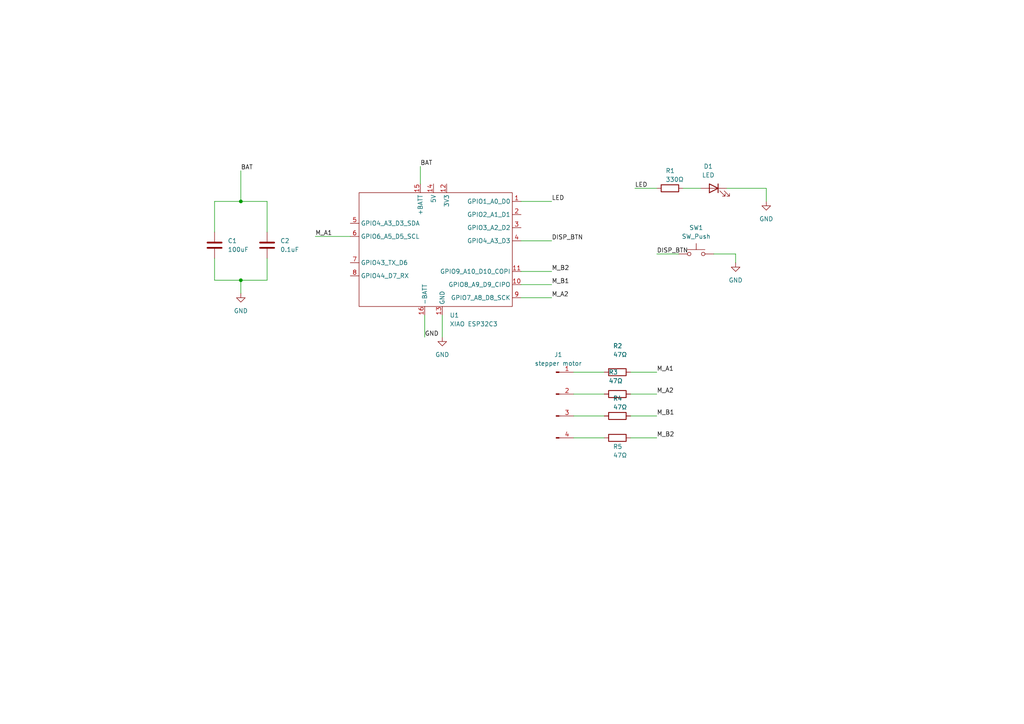
<source format=kicad_sch>
(kicad_sch (version 20250114) (generator "eeschema") (generator_version "9.0")
  (paper "A4")
  (title_block (title "Polly Yao_EmoTrace_Display Device") (date "2026-02-02") (rev "1.0"))
  (lib_symbols
    (symbol "Connector:Conn_01x04_Pin" (pin_names (offset 1.016) (hide yes))
      (property "Reference" "J1" (at 0.635 7.62 0))
      (property "Value" "Conn_01x04_Pin" (at 0.635 5.08 0))
      (symbol "Conn_01x04_Pin_1_1"
        (rectangle (start 0.8636 2.667) (end 0 2.413) (stroke (width 0.1524)) (fill (type outline)))
        (rectangle (start 0.8636 -3.683) (end 0 -3.937) (stroke (width 0.1524)) (fill (type outline)))
        (rectangle (start 0.8636 -10.033) (end 0 -10.287) (stroke (width 0.1524)) (fill (type outline)))
        (rectangle (start 0.8636 -16.383) (end 0 -16.637) (stroke (width 0.1524)) (fill (type outline)))
        (polyline (pts (xy 1.27 2.54) (xy 0.8636 2.54)) (stroke (width 0.1524)))
        (polyline (pts (xy 1.27 -3.81) (xy 0.8636 -3.81)) (stroke (width 0.1524)))
        (polyline (pts (xy 1.27 -10.16) (xy 0.8636 -10.16)) (stroke (width 0.1524)))
        (polyline (pts (xy 1.27 -16.51) (xy 0.8636 -16.51)) (stroke (width 0.1524)))
        (pin passive line (at 5.08 2.54 180) (length 3.81) (name "Pin_1") (number "1"))
        (pin passive line (at 5.08 -3.81 180) (length 3.81) (name "Pin_2") (number "2"))
        (pin passive line (at 5.08 -10.16 180) (length 3.81) (name "Pin_3") (number "3"))
        (pin passive line (at 5.08 -16.51 180) (length 3.81) (name "Pin_4") (number "4"))
      )
    )
    (symbol "Device:C" (pin_numbers (hide yes)) (pin_names (offset 0.254))
      (property "Reference" "C" (at 0.635 2.54 0))
      (property "Value" "C" (at 0.635 -2.54 0))
      (symbol "C_0_1"
        (polyline (pts (xy -2.032 0.762) (xy 2.032 0.762)) (stroke (width 0.508)))
        (polyline (pts (xy -2.032 -0.762) (xy 2.032 -0.762)) (stroke (width 0.508)))
      )
      (symbol "C_1_1"
        (pin passive line (at 0 3.81 270) (length 2.794) (name "~") (number "1"))
        (pin passive line (at 0 -3.81 90) (length 2.794) (name "~") (number "2"))
      )
    )
    (symbol "Device:LED" (pin_numbers (hide yes)) (pin_names (offset 1.016) (hide yes))
      (property "Reference" "D1" (at -1.5875 6.35 0))
      (property "Value" "LED" (at -1.5875 3.81 0))
      (symbol "LED_0_1"
        (polyline (pts (xy -1.27 -1.27) (xy -1.27 1.27) (xy 1.27 0) (xy -1.27 -1.27)) (stroke (width 0.254)))
        (polyline (pts (xy 1.27 0) (xy -1.27 0)))
        (polyline (pts (xy 1.27 -1.27) (xy 1.27 1.27)) (stroke (width 0.254)))
        (polyline (pts (xy 1.778 -0.762) (xy 3.302 -2.286) (xy 2.54 -2.286) (xy 3.302 -2.286) (xy 3.302 -1.524)))
        (polyline (pts (xy 3.048 -0.762) (xy 4.572 -2.286) (xy 3.81 -2.286) (xy 4.572 -2.286) (xy 4.572 -1.524)))
      )
      (symbol "LED_1_1"
        (pin passive line (at -3.81 0 0) (length 2.54) (name "A") (number "2"))
        (pin passive line (at 3.81 0 180) (length 2.54) (name "K") (number "1"))
      )
    )
    (symbol "Device:R" (pin_numbers (hide yes)) (pin_names (offset 0))
      (property "Reference" "R1" (at 2.54 1.2701 0))
      (property "Value" "R" (at 2.54 -1.2699 0))
      (symbol "R_0_1"
        (rectangle (start 1.27 -2.794) (end 6.35 -4.826) (stroke (width 0.254)))
      )
      (symbol "R_1_1"
        (pin passive line (at 0 -3.81 0) (length 1.27) (name "~") (number "2"))
        (pin passive line (at 7.62 -3.81 180) (length 1.27) (name "~") (number "1"))
      )
    )
    (symbol "GIX_ESP32:XIAO_ESP32"
      (property "Reference" "U" (at -19.812 18.288 0))
      (symbol "XIAO_ESP32_0_1"
        (polyline (pts (xy -21.59 16.51) (xy -21.59 -16.51) (xy 22.86 -16.51) (xy 22.86 16.51) (xy -21.59 16.51)))
      )
      (symbol "XIAO_ESP32_1_1"
        (pin bidirectional line (at -24.13 7.62 0) (length 2.54) (name "GPIO4_A3_D3_SDA") (number "5"))
        (pin bidirectional line (at -24.13 3.81 0) (length 2.54) (name "GPIO6_A5_D5_SCL") (number "6"))
        (pin bidirectional line (at -24.13 -3.81 0) (length 2.54) (name "GPIO43_TX_D6") (number "7"))
        (pin bidirectional line (at -24.13 -7.62 0) (length 2.54) (name "GPIO44_D7_RX") (number "8"))
        (pin bidirectional line (at -3.81 19.05 270) (length 2.54) (name "+BATT") (number "15"))
        (pin bidirectional line (at -2.54 -19.05 90) (length 2.54) (name "-BATT") (number "16"))
        (pin bidirectional line (at 0 19.05 270) (length 2.54) (name "5V") (number "14"))
        (pin bidirectional line (at 2.54 -19.05 90) (length 2.54) (name "GND") (number "13"))
        (pin bidirectional line (at 3.81 19.05 270) (length 2.54) (name "3V3") (number "12"))
        (pin bidirectional line (at 25.4 13.97 180) (length 2.54) (name "GPIO1_A0_D0") (number "1"))
        (pin bidirectional line (at 25.4 10.16 180) (length 2.54) (name "GPIO2_A1_D1") (number "2"))
        (pin bidirectional line (at 25.4 6.35 180) (length 2.54) (name "GPIO3_A2_D2") (number "3"))
        (pin bidirectional line (at 25.4 2.54 180) (length 2.54) (name "GPIO4_A3_D3") (number "4"))
        (pin bidirectional line (at 25.4 -6.35 180) (length 2.54) (name "GPIO9_A10_D10_COPI") (number "11"))
        (pin bidirectional line (at 25.4 -10.16 180) (length 2.54) (name "GPIO8_A9_D9_CIPO") (number "10"))
        (pin bidirectional line (at 25.4 -13.97 180) (length 2.54) (name "GPIO7_A8_D8_SCK") (number "9"))
      )
    )
    (symbol "R_1" (pin_numbers (hide yes)) (pin_names (offset 0))
      (property "Reference" "R2" (at -6.35 1.27 0))
      (property "Value" "47Ω" (at -6.35 -1.27 0))
      (symbol "R_1_0_1"
        (rectangle (start -7.62 -5.334) (end -2.54 -7.366) (stroke (width 0.254)))
      )
      (symbol "R_1_1_1"
        (pin passive line (at -8.89 -6.35 0) (length 1.27) (name "~") (number "2"))
        (pin passive line (at -1.27 -6.35 180) (length 1.27) (name "~") (number "1"))
      )
    )
    (symbol "R_2" (pin_numbers (hide yes)) (pin_names (offset 0))
      (property "Reference" "R3" (at 2.54 1.2701 0))
      (property "Value" "47Ω" (at 2.54 -1.2699 0))
      (symbol "R_2_0_1"
        (rectangle (start 2.54 -4.064) (end 7.62 -6.096) (stroke (width 0.254)))
      )
      (symbol "R_2_1_1"
        (pin passive line (at 1.27 -5.08 0) (length 1.27) (name "~") (number "2"))
        (pin passive line (at 8.89 -5.08 180) (length 1.27) (name "~") (number "1"))
      )
    )
    (symbol "R_3" (pin_numbers (hide yes)) (pin_names (offset 0))
      (property "Reference" "R4" (at 2.54 1.2701 0))
      (property "Value" "R" (at 2.54 -1.2699 0))
      (symbol "R_3_0_1"
        (rectangle (start 1.27 -2.794) (end 6.35 -4.826) (stroke (width 0.254)))
      )
      (symbol "R_3_1_1"
        (pin passive line (at 0 -3.81 0) (length 1.27) (name "~") (number "2"))
        (pin passive line (at 7.62 -3.81 180) (length 1.27) (name "~") (number "1"))
      )
    )
    (symbol "R_4" (pin_numbers (hide yes)) (pin_names (offset 0))
      (property "Reference" "R5" (at 2.54 1.2701 0))
      (property "Value" "R" (at 2.54 -1.2699 0))
      (symbol "R_4_0_1"
        (rectangle (start 1.27 -2.794) (end 6.35 -4.826) (stroke (width 0.254)))
      )
      (symbol "R_4_1_1"
        (pin passive line (at 0 -3.81 0) (length 1.27) (name "~") (number "2"))
        (pin passive line (at 7.62 -3.81 180) (length 1.27) (name "~") (number "1"))
      )
    )
    (symbol "Switch:SW_Push" (pin_numbers (hide yes)) (pin_names (offset 1.016) (hide yes))
      (property "Reference" "SW" (at 1.27 2.54 0))
      (property "Value" "SW_Push" (at 0 -1.524 0))
      (symbol "SW_Push_0_1"
        (circle (center -2.032 0) (radius 0.508))
        (polyline (pts (xy 0 1.27) (xy 0 3.048)))
        (circle (center 2.032 0) (radius 0.508))
        (polyline (pts (xy 2.54 1.27) (xy -2.54 1.27)))
        (pin passive line (at -5.08 0 0) (length 2.54) (name "1") (number "1"))
        (pin passive line (at 5.08 0 180) (length 2.54) (name "2") (number "2"))
      )
    )
    (symbol "power:GND" (power) (pin_numbers (hide yes)) (pin_names (offset 0) (hide yes))
      (property "Value" "GND" (at 0 -3.81 0))
      (symbol "GND_0_1"
        (polyline (pts (xy 0 0) (xy 0 -1.27) (xy 1.27 -1.27) (xy 0 -2.54) (xy -1.27 -1.27) (xy 0 -1.27)))
      )
      (symbol "GND_1_1"
        (pin power_in line (at 0 0 270) (length 0) (name "~") (number "1"))
      )
    )
  )
  (junction (at 69.85 58.42))
  (junction (at 69.85 81.28))
  (wire (pts (xy 222.25 54.61) (xy 222.25 58.42)))
  (wire (pts (xy 184.15 54.61) (xy 190.5 54.61)))
  (wire (pts (xy 166.37 107.95) (xy 175.26 107.95)))
  (wire (pts (xy 62.23 67.31) (xy 62.23 58.42)))
  (wire (pts (xy 198.12 54.61) (xy 203.2 54.61)))
  (wire (pts (xy 151.13 82.55) (xy 160.02 82.55)))
  (wire (pts (xy 77.47 67.31) (xy 77.47 58.42)))
  (wire (pts (xy 182.88 114.3) (xy 190.5 114.3)))
  (wire (pts (xy 182.88 127) (xy 190.5 127)))
  (wire (pts (xy 121.92 48.26) (xy 121.92 53.34)))
  (wire (pts (xy 123.19 91.44) (xy 123.19 97.79)))
  (wire (pts (xy 69.85 49.53) (xy 69.85 58.42)))
  (wire (pts (xy 151.13 78.74) (xy 160.02 78.74)))
  (wire (pts (xy 69.85 81.28) (xy 69.85 85.09)))
  (wire (pts (xy 190.5 73.66) (xy 196.85 73.66)))
  (wire (pts (xy 182.88 120.65) (xy 190.5 120.65)))
  (wire (pts (xy 151.13 86.36) (xy 160.02 86.36)))
  (wire (pts (xy 210.82 54.61) (xy 222.25 54.61)))
  (wire (pts (xy 166.37 114.3) (xy 175.26 114.3)))
  (wire (pts (xy 151.13 69.85) (xy 160.02 69.85)))
  (wire (pts (xy 207.01 73.66) (xy 213.36 73.66)))
  (wire (pts (xy 213.36 73.66) (xy 213.36 76.2)))
  (wire (pts (xy 62.23 58.42) (xy 69.85 58.42)))
  (wire (pts (xy 128.27 91.44) (xy 128.27 97.79)))
  (wire (pts (xy 77.47 58.42) (xy 69.85 58.42)))
  (wire (pts (xy 182.88 107.95) (xy 190.5 107.95)))
  (wire (pts (xy 166.37 127) (xy 175.26 127)))
  (wire (pts (xy 62.23 81.28) (xy 69.85 81.28)))
  (wire (pts (xy 62.23 74.93) (xy 62.23 81.28)))
  (wire (pts (xy 166.37 120.65) (xy 175.26 120.65)))
  (wire (pts (xy 77.47 74.93) (xy 77.47 81.28)))
  (wire (pts (xy 151.13 58.42) (xy 160.02 58.42)))
  (wire (pts (xy 77.47 81.28) (xy 69.85 81.28)))
  (wire (pts (xy 91.44 68.58) (xy 101.6 68.58)))
  (label "M_B2" (at 160.02 78.74 0))
  (label "BAT" (at 121.92 48.26 0))
  (label "LED" (at 184.15 54.61 0))
  (label "M_B1" (at 160.02 82.55 0))
  (label "GND" (at 123.19 97.79 0))
  (label "M_A2" (at 160.02 86.36 0))
  (label "DISP_BTN" (at 160.02 69.85 0))
  (label "DISP_BTN" (at 190.5 73.66 0))
  (label "M_A1" (at 91.44 68.58 0))
  (label "M_B2" (at 190.5 127 0))
  (label "LED" (at 160.02 58.42 0))
  (label "M_A2" (at 190.5 114.3 0))
  (label "M_B1" (at 190.5 120.65 0))
  (label "M_A1" (at 190.5 107.95 0))
  (label "BAT" (at 69.85 49.53 0))
  (symbol (lib_id "power:GND") (at 69.85 85.09 0) (unit 1)
    (property "Reference" "#PWR04" (effects (hide yes)))
    (property "Value" "GND" (at 69.85 90.17 0))
    (property "Description" "Power symbol creates a global label with name \"GND\" , ground" (effects (hide yes)))
  )
  (symbol (lib_name "R_1") (lib_id "Device:R") (at 184.15 101.6 0) (unit 1)
    (property "Reference" "R2" (at 177.8 100.33 0) (effects (justify left)))
    (property "Value" "47Ω" (at 177.8 102.87 0) (effects (justify left)))
    (property "Footprint" "Resistor_SMD:R_0805_2012Metric_Pad1.20x1.40mm_HandSolder" (effects (hide yes)))
    (property "Description" "Resistor" (effects (hide yes)))
  )
  (symbol (lib_id "GIX_ESP32:XIAO_ESP32") (at 125.73 72.39 0) (unit 1)
    (property "Reference" "U1" (at 130.4133 91.44 0) (effects (justify left)))
    (property "Value" "XIAO ESP32C3" (at 130.4133 93.98 0) (effects (justify left)))
    (property "Footprint" "GIX_ESP32:XIAO_ESP32" (effects (hide yes)))
  )
  (symbol (lib_id "Device:R") (at 190.5 50.8 0) (unit 1)
    (property "Reference" "R1" (at 193.04 49.5299 0) (effects (justify left)))
    (property "Value" "330Ω" (at 193.04 52.0699 0) (effects (justify left)))
    (property "Footprint" "Resistor_SMD:R_0805_2012Metric_Pad1.20x1.40mm_HandSolder" (effects (hide yes)))
    (property "Description" "Resistor" (effects (hide yes)))
  )
  (symbol (lib_id "Switch:SW_Push") (at 201.93 73.66 0) (unit 1)
    (property "Reference" "SW1" (at 201.93 66.04 0))
    (property "Value" "SW_Push" (at 201.93 68.58 0))
    (property "Footprint" "Button_Switch_SMD:SW_Push_1P1T_NO_E-Switch_TL3301NxxxxxG" (effects (hide yes)))
    (property "Description" "Push button switch, generic, two pins" (effects (hide yes)))
  )
  (symbol (lib_id "Device:C") (at 62.23 71.12 0) (unit 1)
    (property "Reference" "C1" (at 66.04 69.8499 0) (effects (justify left)))
    (property "Value" "100uF" (at 66.04 72.3899 0) (effects (justify left)))
    (property "Footprint" "Capacitor_SMD:C_0805_2012Metric_Pad1.18x1.45mm_HandSolder" (effects (hide yes)))
    (property "Description" "Unpolarized capacitor" (effects (hide yes)))
  )
  (symbol (lib_id "Connector:Conn_01x04_Pin") (at 161.29 110.49 0) (unit 1)
    (property "Reference" "J1" (at 161.925 102.87 0))
    (property "Value" "stepper motor" (at 161.925 105.41 0))
    (property "Footprint" "Connector_PinHeader_2.54mm:PinHeader_1x04_P2.54mm_Vertical" (effects (hide yes)))
    (property "Description" "Generic connector, single row, 01x04, script generated" (effects (hide yes)))
  )
  (symbol (lib_id "power:GND") (at 222.25 58.42 0) (unit 1)
    (property "Reference" "#PWR03" (effects (hide yes)))
    (property "Value" "GND" (at 222.25 63.5 0))
    (property "Description" "Power symbol creates a global label with name \"GND\" , ground" (effects (hide yes)))
  )
  (symbol (lib_id "Device:C") (at 77.47 71.12 0) (unit 1)
    (property "Reference" "C2" (at 81.28 69.8499 0) (effects (justify left)))
    (property "Value" "0.1uF" (at 81.28 72.3899 0) (effects (justify left)))
    (property "Footprint" "Capacitor_SMD:C_0805_2012Metric_Pad1.18x1.45mm_HandSolder" (effects (hide yes)))
    (property "Description" "Unpolarized capacitor" (effects (hide yes)))
  )
  (symbol (lib_name "R_4") (lib_id "Device:R") (at 175.26 123.19 0) (unit 1)
    (property "Reference" "R5" (at 177.8 129.54 0) (effects (justify left)))
    (property "Value" "47Ω" (at 177.8 132.08 0) (effects (justify left)))
    (property "Footprint" "Resistor_SMD:R_0805_2012Metric_Pad1.20x1.40mm_HandSolder" (effects (hide yes)))
    (property "Description" "Resistor" (effects (hide yes)))
  )
  (symbol (lib_name "R_3") (lib_id "Device:R") (at 175.26 116.84 0) (unit 1)
    (property "Reference" "R4" (at 177.8 115.5699 0) (effects (justify left)))
    (property "Value" "47Ω" (at 177.8 118.1099 0) (effects (justify left)))
    (property "Footprint" "Resistor_SMD:R_0805_2012Metric_Pad1.20x1.40mm_HandSolder" (effects (hide yes)))
    (property "Description" "Resistor" (effects (hide yes)))
  )
  (symbol (lib_id "power:GND") (at 128.27 97.79 0) (unit 1)
    (property "Reference" "#PWR01" (effects (hide yes)))
    (property "Value" "GND" (at 128.27 102.87 0))
    (property "Description" "Power symbol creates a global label with name \"GND\" , ground" (effects (hide yes)))
  )
  (symbol (lib_name "R_2") (lib_id "Device:R") (at 173.99 109.22 0) (unit 1)
    (property "Reference" "R3" (at 176.53 107.9499 0) (effects (justify left)))
    (property "Value" "47Ω" (at 176.53 110.4899 0) (effects (justify left)))
    (property "Footprint" "Resistor_SMD:R_0805_2012Metric_Pad1.20x1.40mm_HandSolder" (effects (hide yes)))
    (property "Description" "Resistor" (effects (hide yes)))
  )
  (symbol (lib_id "Device:LED") (at 207.01 54.61 0) (unit 1)
    (property "Reference" "D1" (at 205.4225 48.26 0))
    (property "Value" "LED" (at 205.4225 50.8 0))
    (property "Footprint" "LED_SMD:LED_0805_2012Metric_Pad1.15x1.40mm_HandSolder" (effects (hide yes)))
    (property "Description" "Light emitting diode" (effects (hide yes)))
    (property "Sim.Pins" "1=K 2=A" (effects (hide yes)))
  )
  (symbol (lib_id "power:GND") (at 213.36 76.2 0) (unit 1)
    (property "Reference" "#PWR02" (effects (hide yes)))
    (property "Value" "GND" (at 213.36 81.28 0))
    (property "Description" "Power symbol creates a global label with name \"GND\" , ground" (effects (hide yes)))
  )
)
</source>
